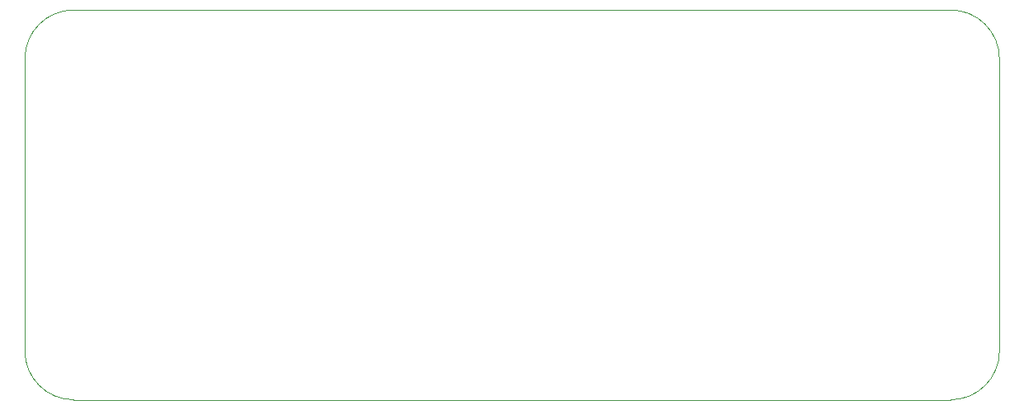
<source format=gbr>
%TF.GenerationSoftware,KiCad,Pcbnew,(6.0.9)*%
%TF.CreationDate,2023-01-08T16:32:17+01:00*%
%TF.ProjectId,led-counter,6c65642d-636f-4756-9e74-65722e6b6963,0.1*%
%TF.SameCoordinates,Original*%
%TF.FileFunction,Profile,NP*%
%FSLAX46Y46*%
G04 Gerber Fmt 4.6, Leading zero omitted, Abs format (unit mm)*
G04 Created by KiCad (PCBNEW (6.0.9)) date 2023-01-08 16:32:17*
%MOMM*%
%LPD*%
G01*
G04 APERTURE LIST*
%TA.AperFunction,Profile*%
%ADD10C,0.100000*%
%TD*%
G04 APERTURE END LIST*
D10*
X150000000Y-51000000D02*
G75*
G03*
X145000000Y-46000000I-5000000J0D01*
G01*
X145000000Y-86000000D02*
G75*
G03*
X150000000Y-81000000I0J5000000D01*
G01*
X50000000Y-81000000D02*
G75*
G03*
X55000000Y-86000000I5000000J0D01*
G01*
X55000000Y-46000000D02*
G75*
G03*
X50000000Y-51000000I0J-5000000D01*
G01*
X50000000Y-51000000D02*
X50000000Y-81000000D01*
X145000000Y-86000000D02*
X55000000Y-86000000D01*
X55000000Y-46000000D02*
X145000000Y-46000000D01*
X150000000Y-51000000D02*
X150000000Y-81000000D01*
M02*

</source>
